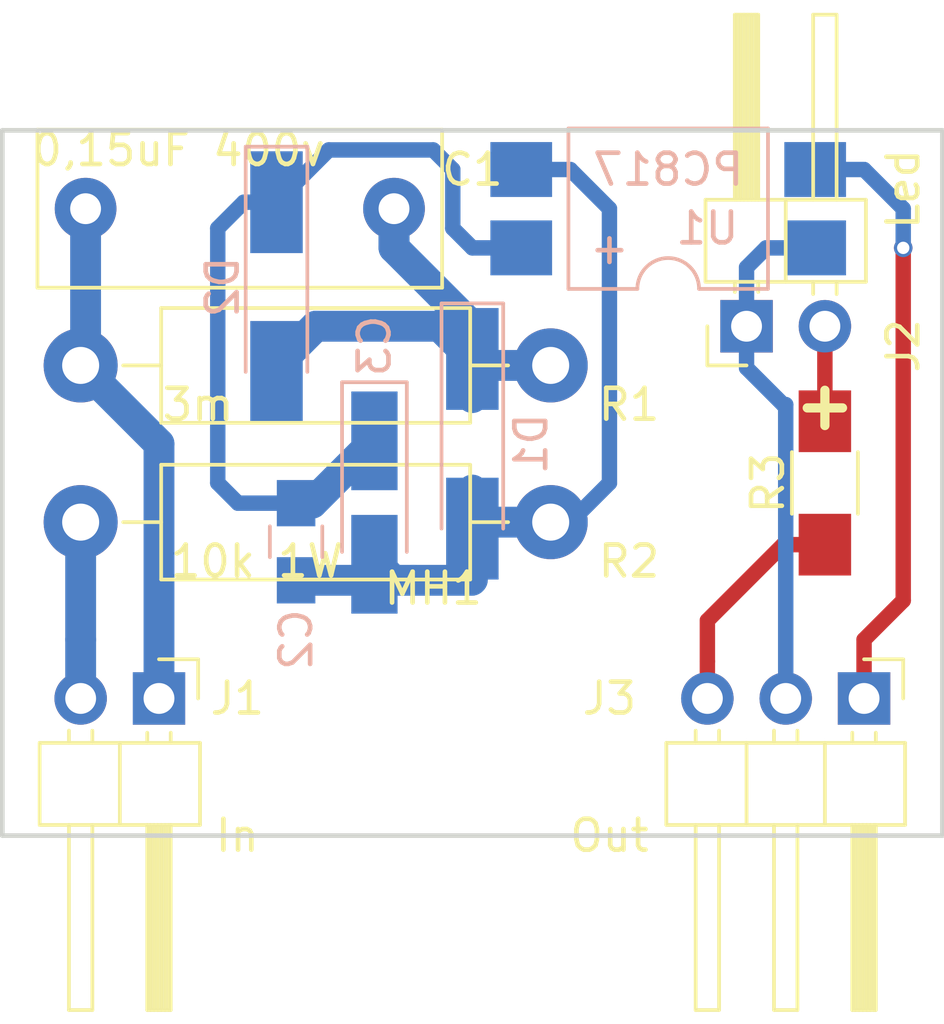
<source format=kicad_pcb>
(kicad_pcb (version 20171130) (host pcbnew "(5.0.0)")

  (general
    (thickness 1.6)
    (drawings 6)
    (tracks 64)
    (zones 0)
    (modules 13)
    (nets 10)
  )

  (page A4)
  (layers
    (0 F.Cu signal)
    (31 B.Cu signal)
    (32 B.Adhes user)
    (33 F.Adhes user)
    (34 B.Paste user)
    (35 F.Paste user)
    (36 B.SilkS user)
    (37 F.SilkS user)
    (38 B.Mask user)
    (39 F.Mask user)
    (40 Dwgs.User user)
    (41 Cmts.User user)
    (42 Eco1.User user)
    (43 Eco2.User user)
    (44 Edge.Cuts user)
    (45 Margin user)
    (46 B.CrtYd user)
    (47 F.CrtYd user)
    (48 B.Fab user)
    (49 F.Fab user)
  )

  (setup
    (last_trace_width 1)
    (user_trace_width 0.3)
    (user_trace_width 0.5)
    (user_trace_width 0.8)
    (user_trace_width 1)
    (trace_clearance 0.2)
    (zone_clearance 0.508)
    (zone_45_only no)
    (trace_min 0.2)
    (segment_width 0.2)
    (edge_width 0.15)
    (via_size 0.6)
    (via_drill 0.4)
    (via_min_size 0.4)
    (via_min_drill 0.3)
    (uvia_size 0.3)
    (uvia_drill 0.1)
    (uvias_allowed no)
    (uvia_min_size 0.2)
    (uvia_min_drill 0.1)
    (pcb_text_width 0.3)
    (pcb_text_size 1.5 1.5)
    (mod_edge_width 0.15)
    (mod_text_size 1 1)
    (mod_text_width 0.15)
    (pad_size 1.524 1.524)
    (pad_drill 0.762)
    (pad_to_mask_clearance 0.2)
    (aux_axis_origin 0 0)
    (visible_elements 7FFFFFFF)
    (pcbplotparams
      (layerselection 0x00030_80000001)
      (usegerberextensions false)
      (usegerberattributes false)
      (usegerberadvancedattributes false)
      (creategerberjobfile false)
      (excludeedgelayer true)
      (linewidth 0.100000)
      (plotframeref false)
      (viasonmask false)
      (mode 1)
      (useauxorigin false)
      (hpglpennumber 1)
      (hpglpenspeed 20)
      (hpglpendiameter 15.000000)
      (psnegative false)
      (psa4output false)
      (plotreference true)
      (plotvalue true)
      (plotinvisibletext false)
      (padsonsilk false)
      (subtractmaskfromsilk false)
      (outputformat 1)
      (mirror false)
      (drillshape 1)
      (scaleselection 1)
      (outputdirectory ""))
  )

  (net 0 "")
  (net 1 "Net-(C1-Pad1)")
  (net 2 "Net-(C1-Pad2)")
  (net 3 "Net-(C2-Pad1)")
  (net 4 "Net-(C2-Pad2)")
  (net 5 "Net-(J2-Pad1)")
  (net 6 "Net-(J2-Pad2)")
  (net 7 "Net-(J3-Pad1)")
  (net 8 "Net-(J3-Pad3)")
  (net 9 "Net-(J1-Pad2)")

  (net_class Default "Это класс цепей по умолчанию."
    (clearance 0.2)
    (trace_width 0.25)
    (via_dia 0.6)
    (via_drill 0.4)
    (uvia_dia 0.3)
    (uvia_drill 0.1)
    (add_net "Net-(C1-Pad1)")
    (add_net "Net-(C1-Pad2)")
    (add_net "Net-(C2-Pad1)")
    (add_net "Net-(C2-Pad2)")
    (add_net "Net-(J1-Pad2)")
    (add_net "Net-(J2-Pad1)")
    (add_net "Net-(J2-Pad2)")
    (add_net "Net-(J3-Pad1)")
    (add_net "Net-(J3-Pad3)")
  )

  (module MountingHole:MountingHole_3.2mm_M3 (layer F.Cu) (tedit 56D1B4CB) (tstamp 5B98D1C9)
    (at 67.31 125.73)
    (descr "Mounting Hole 3.2mm, no annular, M3")
    (tags "mounting hole 3.2mm no annular m3")
    (path /5B98C117)
    (attr virtual)
    (fp_text reference MH1 (at 0 -4.2) (layer F.SilkS)
      (effects (font (size 1 1) (thickness 0.15)))
    )
    (fp_text value MountingHole (at 0 4.2) (layer F.Fab)
      (effects (font (size 1 1) (thickness 0.15)))
    )
    (fp_text user %R (at 0.3 0) (layer F.Fab)
      (effects (font (size 1 1) (thickness 0.15)))
    )
    (fp_circle (center 0 0) (end 3.2 0) (layer Cmts.User) (width 0.15))
    (fp_circle (center 0 0) (end 3.45 0) (layer F.CrtYd) (width 0.05))
    (pad 1 np_thru_hole circle (at 0 0) (size 3.2 3.2) (drill 3.2) (layers *.Cu *.Mask))
  )

  (module Pin_Headers:Pin_Header_Angled_1x03_Pitch2.54mm (layer F.Cu) (tedit 5ACE6B4C) (tstamp 5B98D729)
    (at 81.28 125.095 270)
    (descr "Through hole angled pin header, 1x03, 2.54mm pitch, 6mm pin length, single row")
    (tags "Through hole angled pin header THT 1x03 2.54mm single row")
    (path /5ACE552C)
    (fp_text reference J3 (at 0 8.255) (layer F.SilkS)
      (effects (font (size 1 1) (thickness 0.15)))
    )
    (fp_text value Out (at 4.445 8.255) (layer F.SilkS)
      (effects (font (size 1 1) (thickness 0.15)))
    )
    (fp_line (start 2.135 -1.27) (end 4.04 -1.27) (layer F.Fab) (width 0.1))
    (fp_line (start 4.04 -1.27) (end 4.04 6.35) (layer F.Fab) (width 0.1))
    (fp_line (start 4.04 6.35) (end 1.5 6.35) (layer F.Fab) (width 0.1))
    (fp_line (start 1.5 6.35) (end 1.5 -0.635) (layer F.Fab) (width 0.1))
    (fp_line (start 1.5 -0.635) (end 2.135 -1.27) (layer F.Fab) (width 0.1))
    (fp_line (start -0.32 -0.32) (end 1.5 -0.32) (layer F.Fab) (width 0.1))
    (fp_line (start -0.32 -0.32) (end -0.32 0.32) (layer F.Fab) (width 0.1))
    (fp_line (start -0.32 0.32) (end 1.5 0.32) (layer F.Fab) (width 0.1))
    (fp_line (start 4.04 -0.32) (end 10.04 -0.32) (layer F.Fab) (width 0.1))
    (fp_line (start 10.04 -0.32) (end 10.04 0.32) (layer F.Fab) (width 0.1))
    (fp_line (start 4.04 0.32) (end 10.04 0.32) (layer F.Fab) (width 0.1))
    (fp_line (start -0.32 2.22) (end 1.5 2.22) (layer F.Fab) (width 0.1))
    (fp_line (start -0.32 2.22) (end -0.32 2.86) (layer F.Fab) (width 0.1))
    (fp_line (start -0.32 2.86) (end 1.5 2.86) (layer F.Fab) (width 0.1))
    (fp_line (start 4.04 2.22) (end 10.04 2.22) (layer F.Fab) (width 0.1))
    (fp_line (start 10.04 2.22) (end 10.04 2.86) (layer F.Fab) (width 0.1))
    (fp_line (start 4.04 2.86) (end 10.04 2.86) (layer F.Fab) (width 0.1))
    (fp_line (start -0.32 4.76) (end 1.5 4.76) (layer F.Fab) (width 0.1))
    (fp_line (start -0.32 4.76) (end -0.32 5.4) (layer F.Fab) (width 0.1))
    (fp_line (start -0.32 5.4) (end 1.5 5.4) (layer F.Fab) (width 0.1))
    (fp_line (start 4.04 4.76) (end 10.04 4.76) (layer F.Fab) (width 0.1))
    (fp_line (start 10.04 4.76) (end 10.04 5.4) (layer F.Fab) (width 0.1))
    (fp_line (start 4.04 5.4) (end 10.04 5.4) (layer F.Fab) (width 0.1))
    (fp_line (start 1.44 -1.33) (end 1.44 6.41) (layer F.SilkS) (width 0.12))
    (fp_line (start 1.44 6.41) (end 4.1 6.41) (layer F.SilkS) (width 0.12))
    (fp_line (start 4.1 6.41) (end 4.1 -1.33) (layer F.SilkS) (width 0.12))
    (fp_line (start 4.1 -1.33) (end 1.44 -1.33) (layer F.SilkS) (width 0.12))
    (fp_line (start 4.1 -0.38) (end 10.1 -0.38) (layer F.SilkS) (width 0.12))
    (fp_line (start 10.1 -0.38) (end 10.1 0.38) (layer F.SilkS) (width 0.12))
    (fp_line (start 10.1 0.38) (end 4.1 0.38) (layer F.SilkS) (width 0.12))
    (fp_line (start 4.1 -0.32) (end 10.1 -0.32) (layer F.SilkS) (width 0.12))
    (fp_line (start 4.1 -0.2) (end 10.1 -0.2) (layer F.SilkS) (width 0.12))
    (fp_line (start 4.1 -0.08) (end 10.1 -0.08) (layer F.SilkS) (width 0.12))
    (fp_line (start 4.1 0.04) (end 10.1 0.04) (layer F.SilkS) (width 0.12))
    (fp_line (start 4.1 0.16) (end 10.1 0.16) (layer F.SilkS) (width 0.12))
    (fp_line (start 4.1 0.28) (end 10.1 0.28) (layer F.SilkS) (width 0.12))
    (fp_line (start 1.11 -0.38) (end 1.44 -0.38) (layer F.SilkS) (width 0.12))
    (fp_line (start 1.11 0.38) (end 1.44 0.38) (layer F.SilkS) (width 0.12))
    (fp_line (start 1.44 1.27) (end 4.1 1.27) (layer F.SilkS) (width 0.12))
    (fp_line (start 4.1 2.16) (end 10.1 2.16) (layer F.SilkS) (width 0.12))
    (fp_line (start 10.1 2.16) (end 10.1 2.92) (layer F.SilkS) (width 0.12))
    (fp_line (start 10.1 2.92) (end 4.1 2.92) (layer F.SilkS) (width 0.12))
    (fp_line (start 1.042929 2.16) (end 1.44 2.16) (layer F.SilkS) (width 0.12))
    (fp_line (start 1.042929 2.92) (end 1.44 2.92) (layer F.SilkS) (width 0.12))
    (fp_line (start 1.44 3.81) (end 4.1 3.81) (layer F.SilkS) (width 0.12))
    (fp_line (start 4.1 4.7) (end 10.1 4.7) (layer F.SilkS) (width 0.12))
    (fp_line (start 10.1 4.7) (end 10.1 5.46) (layer F.SilkS) (width 0.12))
    (fp_line (start 10.1 5.46) (end 4.1 5.46) (layer F.SilkS) (width 0.12))
    (fp_line (start 1.042929 4.7) (end 1.44 4.7) (layer F.SilkS) (width 0.12))
    (fp_line (start 1.042929 5.46) (end 1.44 5.46) (layer F.SilkS) (width 0.12))
    (fp_line (start -1.27 0) (end -1.27 -1.27) (layer F.SilkS) (width 0.12))
    (fp_line (start -1.27 -1.27) (end 0 -1.27) (layer F.SilkS) (width 0.12))
    (fp_line (start -1.8 -1.8) (end -1.8 6.85) (layer F.CrtYd) (width 0.05))
    (fp_line (start -1.8 6.85) (end 10.55 6.85) (layer F.CrtYd) (width 0.05))
    (fp_line (start 10.55 6.85) (end 10.55 -1.8) (layer F.CrtYd) (width 0.05))
    (fp_line (start 10.55 -1.8) (end -1.8 -1.8) (layer F.CrtYd) (width 0.05))
    (fp_text user %R (at 0 8.255) (layer F.Fab)
      (effects (font (size 1 1) (thickness 0.15)))
    )
    (pad 1 thru_hole rect (at 0 0 270) (size 1.7 1.7) (drill 1) (layers *.Cu *.Mask)
      (net 7 "Net-(J3-Pad1)"))
    (pad 2 thru_hole oval (at 0 2.54 270) (size 1.7 1.7) (drill 1) (layers *.Cu *.Mask)
      (net 5 "Net-(J2-Pad1)"))
    (pad 3 thru_hole oval (at 0 5.08 270) (size 1.7 1.7) (drill 1) (layers *.Cu *.Mask)
      (net 8 "Net-(J3-Pad3)"))
    (model ${KISYS3DMOD}/Pin_Headers.3dshapes/Pin_Header_Angled_1x03_Pitch2.54mm.wrl
      (at (xyz 0 0 0))
      (scale (xyz 1 1 1))
      (rotate (xyz 0 0 0))
    )
  )

  (module Pin_Headers:Pin_Header_Angled_1x02_Pitch2.54mm (layer F.Cu) (tedit 5ACE6B65) (tstamp 5ACE5A7F)
    (at 77.47 113.03 90)
    (descr "Through hole angled pin header, 1x02, 2.54mm pitch, 6mm pin length, single row")
    (tags "Through hole angled pin header THT 1x02 2.54mm single row")
    (path /5ACE54C7)
    (fp_text reference J2 (at -0.635 5.08 90) (layer F.SilkS)
      (effects (font (size 1 1) (thickness 0.15)))
    )
    (fp_text value Led (at 4.445 5.08 90) (layer F.SilkS)
      (effects (font (size 1 1) (thickness 0.15)))
    )
    (fp_line (start 2.135 -1.27) (end 4.04 -1.27) (layer F.Fab) (width 0.1))
    (fp_line (start 4.04 -1.27) (end 4.04 3.81) (layer F.Fab) (width 0.1))
    (fp_line (start 4.04 3.81) (end 1.5 3.81) (layer F.Fab) (width 0.1))
    (fp_line (start 1.5 3.81) (end 1.5 -0.635) (layer F.Fab) (width 0.1))
    (fp_line (start 1.5 -0.635) (end 2.135 -1.27) (layer F.Fab) (width 0.1))
    (fp_line (start -0.32 -0.32) (end 1.5 -0.32) (layer F.Fab) (width 0.1))
    (fp_line (start -0.32 -0.32) (end -0.32 0.32) (layer F.Fab) (width 0.1))
    (fp_line (start -0.32 0.32) (end 1.5 0.32) (layer F.Fab) (width 0.1))
    (fp_line (start 4.04 -0.32) (end 10.04 -0.32) (layer F.Fab) (width 0.1))
    (fp_line (start 10.04 -0.32) (end 10.04 0.32) (layer F.Fab) (width 0.1))
    (fp_line (start 4.04 0.32) (end 10.04 0.32) (layer F.Fab) (width 0.1))
    (fp_line (start -0.32 2.22) (end 1.5 2.22) (layer F.Fab) (width 0.1))
    (fp_line (start -0.32 2.22) (end -0.32 2.86) (layer F.Fab) (width 0.1))
    (fp_line (start -0.32 2.86) (end 1.5 2.86) (layer F.Fab) (width 0.1))
    (fp_line (start 4.04 2.22) (end 10.04 2.22) (layer F.Fab) (width 0.1))
    (fp_line (start 10.04 2.22) (end 10.04 2.86) (layer F.Fab) (width 0.1))
    (fp_line (start 4.04 2.86) (end 10.04 2.86) (layer F.Fab) (width 0.1))
    (fp_line (start 1.44 -1.33) (end 1.44 3.87) (layer F.SilkS) (width 0.12))
    (fp_line (start 1.44 3.87) (end 4.1 3.87) (layer F.SilkS) (width 0.12))
    (fp_line (start 4.1 3.87) (end 4.1 -1.33) (layer F.SilkS) (width 0.12))
    (fp_line (start 4.1 -1.33) (end 1.44 -1.33) (layer F.SilkS) (width 0.12))
    (fp_line (start 4.1 -0.38) (end 10.1 -0.38) (layer F.SilkS) (width 0.12))
    (fp_line (start 10.1 -0.38) (end 10.1 0.38) (layer F.SilkS) (width 0.12))
    (fp_line (start 10.1 0.38) (end 4.1 0.38) (layer F.SilkS) (width 0.12))
    (fp_line (start 4.1 -0.32) (end 10.1 -0.32) (layer F.SilkS) (width 0.12))
    (fp_line (start 4.1 -0.2) (end 10.1 -0.2) (layer F.SilkS) (width 0.12))
    (fp_line (start 4.1 -0.08) (end 10.1 -0.08) (layer F.SilkS) (width 0.12))
    (fp_line (start 4.1 0.04) (end 10.1 0.04) (layer F.SilkS) (width 0.12))
    (fp_line (start 4.1 0.16) (end 10.1 0.16) (layer F.SilkS) (width 0.12))
    (fp_line (start 4.1 0.28) (end 10.1 0.28) (layer F.SilkS) (width 0.12))
    (fp_line (start 1.11 -0.38) (end 1.44 -0.38) (layer F.SilkS) (width 0.12))
    (fp_line (start 1.11 0.38) (end 1.44 0.38) (layer F.SilkS) (width 0.12))
    (fp_line (start 1.44 1.27) (end 4.1 1.27) (layer F.SilkS) (width 0.12))
    (fp_line (start 4.1 2.16) (end 10.1 2.16) (layer F.SilkS) (width 0.12))
    (fp_line (start 10.1 2.16) (end 10.1 2.92) (layer F.SilkS) (width 0.12))
    (fp_line (start 10.1 2.92) (end 4.1 2.92) (layer F.SilkS) (width 0.12))
    (fp_line (start 1.042929 2.16) (end 1.44 2.16) (layer F.SilkS) (width 0.12))
    (fp_line (start 1.042929 2.92) (end 1.44 2.92) (layer F.SilkS) (width 0.12))
    (fp_line (start -1.27 0) (end -1.27 -1.27) (layer F.SilkS) (width 0.12))
    (fp_line (start -1.27 -1.27) (end 0 -1.27) (layer F.SilkS) (width 0.12))
    (fp_line (start -1.8 -1.8) (end -1.8 4.35) (layer F.CrtYd) (width 0.05))
    (fp_line (start -1.8 4.35) (end 10.55 4.35) (layer F.CrtYd) (width 0.05))
    (fp_line (start 10.55 4.35) (end 10.55 -1.8) (layer F.CrtYd) (width 0.05))
    (fp_line (start 10.55 -1.8) (end -1.8 -1.8) (layer F.CrtYd) (width 0.05))
    (fp_text user %R (at -0.635 5.08 270) (layer F.Fab)
      (effects (font (size 1 1) (thickness 0.15)))
    )
    (pad 1 thru_hole rect (at 0 0 90) (size 1.7 1.7) (drill 1) (layers *.Cu *.Mask)
      (net 5 "Net-(J2-Pad1)"))
    (pad 2 thru_hole oval (at 0 2.54 90) (size 1.7 1.7) (drill 1) (layers *.Cu *.Mask)
      (net 6 "Net-(J2-Pad2)"))
    (model ${KISYS3DMOD}/Pin_Headers.3dshapes/Pin_Header_Angled_1x02_Pitch2.54mm.wrl
      (at (xyz 0 0 0))
      (scale (xyz 1 1 1))
      (rotate (xyz 0 0 0))
    )
  )

  (module Capacitors_SMD:C_0805_HandSoldering (layer B.Cu) (tedit 5ACE6D2A) (tstamp 5ACE5A61)
    (at 62.865 120.015 90)
    (descr "Capacitor SMD 0805, hand soldering")
    (tags "capacitor 0805")
    (path /5ACE5428)
    (attr smd)
    (fp_text reference C2 (at -3.175 0 90) (layer B.SilkS)
      (effects (font (size 1 1) (thickness 0.15)) (justify mirror))
    )
    (fp_text value 0,1 (at -6.985 0 90) (layer B.Fab)
      (effects (font (size 1 1) (thickness 0.15)) (justify mirror))
    )
    (fp_text user %R (at -4.445 0 90) (layer B.Fab)
      (effects (font (size 1 1) (thickness 0.15)) (justify mirror))
    )
    (fp_line (start -1 -0.62) (end -1 0.62) (layer B.Fab) (width 0.1))
    (fp_line (start 1 -0.62) (end -1 -0.62) (layer B.Fab) (width 0.1))
    (fp_line (start 1 0.62) (end 1 -0.62) (layer B.Fab) (width 0.1))
    (fp_line (start -1 0.62) (end 1 0.62) (layer B.Fab) (width 0.1))
    (fp_line (start 0.5 0.85) (end -0.5 0.85) (layer B.SilkS) (width 0.12))
    (fp_line (start -0.5 -0.85) (end 0.5 -0.85) (layer B.SilkS) (width 0.12))
    (fp_line (start -2.25 0.88) (end 2.25 0.88) (layer B.CrtYd) (width 0.05))
    (fp_line (start -2.25 0.88) (end -2.25 -0.87) (layer B.CrtYd) (width 0.05))
    (fp_line (start 2.25 -0.87) (end 2.25 0.88) (layer B.CrtYd) (width 0.05))
    (fp_line (start 2.25 -0.87) (end -2.25 -0.87) (layer B.CrtYd) (width 0.05))
    (pad 1 smd rect (at -1.25 0 90) (size 1.5 1.25) (layers B.Cu B.Paste B.Mask)
      (net 3 "Net-(C2-Pad1)"))
    (pad 2 smd rect (at 1.25 0 90) (size 1.5 1.25) (layers B.Cu B.Paste B.Mask)
      (net 4 "Net-(C2-Pad2)"))
    (model Capacitors_SMD.3dshapes/C_0805.wrl
      (at (xyz 0 0 0))
      (scale (xyz 1 1 1))
      (rotate (xyz 0 0 0))
    )
  )

  (module Capacitors_Tantalum_SMD:CP_Tantalum_Case-A_EIA-3216-18_Hand (layer B.Cu) (tedit 5B01ACEA) (tstamp 5ACE5A67)
    (at 65.405 118.745 270)
    (descr "Tantalum capacitor, Case A, EIA 3216-18, 3.2x1.6x1.6mm, Hand soldering footprint")
    (tags "capacitor tantalum smd")
    (path /5ACE5452)
    (attr smd)
    (fp_text reference C3 (at -5.08 0 270) (layer B.SilkS)
      (effects (font (size 1 1) (thickness 0.15)) (justify mirror))
    )
    (fp_text value 10,0 (at 7.62 0.635 270) (layer B.Fab)
      (effects (font (size 1 1) (thickness 0.15)) (justify mirror))
    )
    (fp_text user %R (at 0 0 270) (layer B.Fab)
      (effects (font (size 0.7 0.7) (thickness 0.105)) (justify mirror))
    )
    (fp_line (start -4 1.2) (end -4 -1.2) (layer B.CrtYd) (width 0.05))
    (fp_line (start -4 -1.2) (end 4 -1.2) (layer B.CrtYd) (width 0.05))
    (fp_line (start 4 -1.2) (end 4 1.2) (layer B.CrtYd) (width 0.05))
    (fp_line (start 4 1.2) (end -4 1.2) (layer B.CrtYd) (width 0.05))
    (fp_line (start -1.6 0.8) (end -1.6 -0.8) (layer B.Fab) (width 0.1))
    (fp_line (start -1.6 -0.8) (end 1.6 -0.8) (layer B.Fab) (width 0.1))
    (fp_line (start 1.6 -0.8) (end 1.6 0.8) (layer B.Fab) (width 0.1))
    (fp_line (start 1.6 0.8) (end -1.6 0.8) (layer B.Fab) (width 0.1))
    (fp_line (start -1.28 0.8) (end -1.28 -0.8) (layer B.Fab) (width 0.1))
    (fp_line (start -1.12 0.8) (end -1.12 -0.8) (layer B.Fab) (width 0.1))
    (fp_line (start -3.9 1.05) (end 1.6 1.05) (layer B.SilkS) (width 0.12))
    (fp_line (start -3.9 -1.05) (end 1.6 -1.05) (layer B.SilkS) (width 0.12))
    (fp_line (start -3.9 1.05) (end -3.9 -1.05) (layer B.SilkS) (width 0.12))
    (pad 1 smd rect (at -2 0 270) (size 3.2 1.5) (layers B.Cu B.Paste B.Mask)
      (net 4 "Net-(C2-Pad2)"))
    (pad 2 smd rect (at 2 0 270) (size 3.2 1.5) (layers B.Cu B.Paste B.Mask)
      (net 3 "Net-(C2-Pad1)"))
    (model Capacitors_Tantalum_SMD.3dshapes/CP_Tantalum_Case-A_EIA-3216-18.wrl
      (at (xyz 0 0 0))
      (scale (xyz 1 1 1))
      (rotate (xyz 0 0 0))
    )
  )

  (module Pin_Headers:Pin_Header_Angled_1x02_Pitch2.54mm (layer F.Cu) (tedit 5ACE6A09) (tstamp 5ACE5A79)
    (at 58.42 125.095 270)
    (descr "Through hole angled pin header, 1x02, 2.54mm pitch, 6mm pin length, single row")
    (tags "Through hole angled pin header THT 1x02 2.54mm single row")
    (path /5ACE5267)
    (fp_text reference J1 (at 0 -2.54) (layer F.SilkS)
      (effects (font (size 1 1) (thickness 0.15)))
    )
    (fp_text value In (at 4.445 -2.54) (layer F.SilkS)
      (effects (font (size 1 1) (thickness 0.15)))
    )
    (fp_line (start 2.135 -1.27) (end 4.04 -1.27) (layer F.Fab) (width 0.1))
    (fp_line (start 4.04 -1.27) (end 4.04 3.81) (layer F.Fab) (width 0.1))
    (fp_line (start 4.04 3.81) (end 1.5 3.81) (layer F.Fab) (width 0.1))
    (fp_line (start 1.5 3.81) (end 1.5 -0.635) (layer F.Fab) (width 0.1))
    (fp_line (start 1.5 -0.635) (end 2.135 -1.27) (layer F.Fab) (width 0.1))
    (fp_line (start -0.32 -0.32) (end 1.5 -0.32) (layer F.Fab) (width 0.1))
    (fp_line (start -0.32 -0.32) (end -0.32 0.32) (layer F.Fab) (width 0.1))
    (fp_line (start -0.32 0.32) (end 1.5 0.32) (layer F.Fab) (width 0.1))
    (fp_line (start 4.04 -0.32) (end 10.04 -0.32) (layer F.Fab) (width 0.1))
    (fp_line (start 10.04 -0.32) (end 10.04 0.32) (layer F.Fab) (width 0.1))
    (fp_line (start 4.04 0.32) (end 10.04 0.32) (layer F.Fab) (width 0.1))
    (fp_line (start -0.32 2.22) (end 1.5 2.22) (layer F.Fab) (width 0.1))
    (fp_line (start -0.32 2.22) (end -0.32 2.86) (layer F.Fab) (width 0.1))
    (fp_line (start -0.32 2.86) (end 1.5 2.86) (layer F.Fab) (width 0.1))
    (fp_line (start 4.04 2.22) (end 10.04 2.22) (layer F.Fab) (width 0.1))
    (fp_line (start 10.04 2.22) (end 10.04 2.86) (layer F.Fab) (width 0.1))
    (fp_line (start 4.04 2.86) (end 10.04 2.86) (layer F.Fab) (width 0.1))
    (fp_line (start 1.44 -1.33) (end 1.44 3.87) (layer F.SilkS) (width 0.12))
    (fp_line (start 1.44 3.87) (end 4.1 3.87) (layer F.SilkS) (width 0.12))
    (fp_line (start 4.1 3.87) (end 4.1 -1.33) (layer F.SilkS) (width 0.12))
    (fp_line (start 4.1 -1.33) (end 1.44 -1.33) (layer F.SilkS) (width 0.12))
    (fp_line (start 4.1 -0.38) (end 10.1 -0.38) (layer F.SilkS) (width 0.12))
    (fp_line (start 10.1 -0.38) (end 10.1 0.38) (layer F.SilkS) (width 0.12))
    (fp_line (start 10.1 0.38) (end 4.1 0.38) (layer F.SilkS) (width 0.12))
    (fp_line (start 4.1 -0.32) (end 10.1 -0.32) (layer F.SilkS) (width 0.12))
    (fp_line (start 4.1 -0.2) (end 10.1 -0.2) (layer F.SilkS) (width 0.12))
    (fp_line (start 4.1 -0.08) (end 10.1 -0.08) (layer F.SilkS) (width 0.12))
    (fp_line (start 4.1 0.04) (end 10.1 0.04) (layer F.SilkS) (width 0.12))
    (fp_line (start 4.1 0.16) (end 10.1 0.16) (layer F.SilkS) (width 0.12))
    (fp_line (start 4.1 0.28) (end 10.1 0.28) (layer F.SilkS) (width 0.12))
    (fp_line (start 1.11 -0.38) (end 1.44 -0.38) (layer F.SilkS) (width 0.12))
    (fp_line (start 1.11 0.38) (end 1.44 0.38) (layer F.SilkS) (width 0.12))
    (fp_line (start 1.44 1.27) (end 4.1 1.27) (layer F.SilkS) (width 0.12))
    (fp_line (start 4.1 2.16) (end 10.1 2.16) (layer F.SilkS) (width 0.12))
    (fp_line (start 10.1 2.16) (end 10.1 2.92) (layer F.SilkS) (width 0.12))
    (fp_line (start 10.1 2.92) (end 4.1 2.92) (layer F.SilkS) (width 0.12))
    (fp_line (start 1.042929 2.16) (end 1.44 2.16) (layer F.SilkS) (width 0.12))
    (fp_line (start 1.042929 2.92) (end 1.44 2.92) (layer F.SilkS) (width 0.12))
    (fp_line (start -1.27 0) (end -1.27 -1.27) (layer F.SilkS) (width 0.12))
    (fp_line (start -1.27 -1.27) (end 0 -1.27) (layer F.SilkS) (width 0.12))
    (fp_line (start -1.8 -1.8) (end -1.8 4.35) (layer F.CrtYd) (width 0.05))
    (fp_line (start -1.8 4.35) (end 10.55 4.35) (layer F.CrtYd) (width 0.05))
    (fp_line (start 10.55 4.35) (end 10.55 -1.8) (layer F.CrtYd) (width 0.05))
    (fp_line (start 10.55 -1.8) (end -1.8 -1.8) (layer F.CrtYd) (width 0.05))
    (fp_text user %R (at 0 -2.54) (layer F.Fab)
      (effects (font (size 1 1) (thickness 0.15)))
    )
    (pad 1 thru_hole rect (at 0 0 270) (size 1.7 1.7) (drill 1) (layers *.Cu *.Mask)
      (net 2 "Net-(C1-Pad2)"))
    (pad 2 thru_hole oval (at 0 2.54 270) (size 1.7 1.7) (drill 1) (layers *.Cu *.Mask)
      (net 9 "Net-(J1-Pad2)"))
    (model ${KISYS3DMOD}/Pin_Headers.3dshapes/Pin_Header_Angled_1x02_Pitch2.54mm.wrl
      (at (xyz 0 0 0))
      (scale (xyz 1 1 1))
      (rotate (xyz 0 0 0))
    )
  )

  (module Resistors_SMD:R_1206_HandSoldering (layer F.Cu) (tedit 58E0A804) (tstamp 5ACE5A98)
    (at 80.01 118.11 90)
    (descr "Resistor SMD 1206, hand soldering")
    (tags "resistor 1206")
    (path /5ACE5658)
    (attr smd)
    (fp_text reference R3 (at 0 -1.85 90) (layer F.SilkS)
      (effects (font (size 1 1) (thickness 0.15)))
    )
    (fp_text value 4,7k (at 0 1.9 90) (layer F.Fab)
      (effects (font (size 1 1) (thickness 0.15)))
    )
    (fp_text user %R (at 0 0 90) (layer F.Fab)
      (effects (font (size 0.7 0.7) (thickness 0.105)))
    )
    (fp_line (start -1.6 0.8) (end -1.6 -0.8) (layer F.Fab) (width 0.1))
    (fp_line (start 1.6 0.8) (end -1.6 0.8) (layer F.Fab) (width 0.1))
    (fp_line (start 1.6 -0.8) (end 1.6 0.8) (layer F.Fab) (width 0.1))
    (fp_line (start -1.6 -0.8) (end 1.6 -0.8) (layer F.Fab) (width 0.1))
    (fp_line (start 1 1.07) (end -1 1.07) (layer F.SilkS) (width 0.12))
    (fp_line (start -1 -1.07) (end 1 -1.07) (layer F.SilkS) (width 0.12))
    (fp_line (start -3.25 -1.11) (end 3.25 -1.11) (layer F.CrtYd) (width 0.05))
    (fp_line (start -3.25 -1.11) (end -3.25 1.1) (layer F.CrtYd) (width 0.05))
    (fp_line (start 3.25 1.1) (end 3.25 -1.11) (layer F.CrtYd) (width 0.05))
    (fp_line (start 3.25 1.1) (end -3.25 1.1) (layer F.CrtYd) (width 0.05))
    (pad 1 smd rect (at -2 0 90) (size 2 1.7) (layers F.Cu F.Paste F.Mask)
      (net 8 "Net-(J3-Pad3)"))
    (pad 2 smd rect (at 2 0 90) (size 2 1.7) (layers F.Cu F.Paste F.Mask)
      (net 6 "Net-(J2-Pad2)"))
    (model ${KISYS3DMOD}/Resistors_SMD.3dshapes/R_1206.wrl
      (at (xyz 0 0 0))
      (scale (xyz 1 1 1))
      (rotate (xyz 0 0 0))
    )
  )

  (module Capacitors_THT:C_Rect_L13.0mm_W5.0mm_P10.00mm_FKS3_FKP3_MKS4 (layer F.Cu) (tedit 5B01ABCE) (tstamp 5ACE6506)
    (at 66.04 109.22 180)
    (descr "C, Rect series, Radial, pin pitch=10.00mm, , length*width=13*5mm^2, Capacitor, http://www.wima.com/EN/WIMA_FKS_3.pdf, http://www.wima.com/EN/WIMA_MKS_4.pdf")
    (tags "C Rect series Radial pin pitch 10.00mm  length 13mm width 5mm Capacitor")
    (path /5ACE52F1)
    (fp_text reference C1 (at -2.54 1.27 180) (layer F.SilkS)
      (effects (font (size 1 1) (thickness 0.15)))
    )
    (fp_text value "0,15uF 400v" (at 6.985 1.905 180) (layer F.SilkS)
      (effects (font (size 1 1) (thickness 0.15)))
    )
    (fp_line (start -1.5 -2.5) (end -1.5 2.5) (layer F.Fab) (width 0.1))
    (fp_line (start -1.5 2.5) (end 11.5 2.5) (layer F.Fab) (width 0.1))
    (fp_line (start 11.5 2.5) (end 11.5 -2.5) (layer F.Fab) (width 0.1))
    (fp_line (start 11.5 -2.5) (end -1.5 -2.5) (layer F.Fab) (width 0.1))
    (fp_line (start -1.56 -2.56) (end 11.56 -2.56) (layer F.SilkS) (width 0.12))
    (fp_line (start -1.56 2.56) (end 11.56 2.56) (layer F.SilkS) (width 0.12))
    (fp_line (start -1.56 -2.56) (end -1.56 2.56) (layer F.SilkS) (width 0.12))
    (fp_line (start 11.56 -2.56) (end 11.56 2.56) (layer F.SilkS) (width 0.12))
    (fp_line (start -1.85 -2.85) (end -1.85 2.85) (layer F.CrtYd) (width 0.05))
    (fp_line (start -1.85 2.85) (end 11.85 2.85) (layer F.CrtYd) (width 0.05))
    (fp_line (start 11.85 2.85) (end 11.85 -2.85) (layer F.CrtYd) (width 0.05))
    (fp_line (start 11.85 -2.85) (end -1.85 -2.85) (layer F.CrtYd) (width 0.05))
    (fp_text user %R (at -2.54 1.27 180) (layer F.Fab)
      (effects (font (size 1 1) (thickness 0.15)))
    )
    (pad 1 thru_hole circle (at 0 0 180) (size 2 2) (drill 1) (layers *.Cu *.Mask)
      (net 1 "Net-(C1-Pad1)"))
    (pad 2 thru_hole circle (at 10 0 180) (size 2 2) (drill 1) (layers *.Cu *.Mask)
      (net 2 "Net-(C1-Pad2)"))
    (model ${KISYS3DMOD}/Capacitors_THT.3dshapes/C_Rect_L13.0mm_W5.0mm_P10.00mm_FKS3_FKP3_MKS4.wrl
      (at (xyz 0 0 0))
      (scale (xyz 1 1 1))
      (rotate (xyz 0 0 0))
    )
  )

  (module Resistors_THT:R_Axial_DIN0411_L9.9mm_D3.6mm_P15.24mm_Horizontal (layer F.Cu) (tedit 5B01AC12) (tstamp 5ACE650B)
    (at 71.12 114.3 180)
    (descr "Resistor, Axial_DIN0411 series, Axial, Horizontal, pin pitch=15.24mm, 1W = 1/1W, length*diameter=9.9*3.6mm^2")
    (tags "Resistor Axial_DIN0411 series Axial Horizontal pin pitch 15.24mm 1W = 1/1W length 9.9mm diameter 3.6mm")
    (path /5ACE52C1)
    (fp_text reference R1 (at -2.54 -1.27 180) (layer F.SilkS)
      (effects (font (size 1 1) (thickness 0.15)))
    )
    (fp_text value 3m (at 11.43 -1.27 180) (layer F.SilkS)
      (effects (font (size 1 1) (thickness 0.15)))
    )
    (fp_line (start 2.67 -1.8) (end 2.67 1.8) (layer F.Fab) (width 0.1))
    (fp_line (start 2.67 1.8) (end 12.57 1.8) (layer F.Fab) (width 0.1))
    (fp_line (start 12.57 1.8) (end 12.57 -1.8) (layer F.Fab) (width 0.1))
    (fp_line (start 12.57 -1.8) (end 2.67 -1.8) (layer F.Fab) (width 0.1))
    (fp_line (start 0 0) (end 2.67 0) (layer F.Fab) (width 0.1))
    (fp_line (start 15.24 0) (end 12.57 0) (layer F.Fab) (width 0.1))
    (fp_line (start 2.61 -1.86) (end 2.61 1.86) (layer F.SilkS) (width 0.12))
    (fp_line (start 2.61 1.86) (end 12.63 1.86) (layer F.SilkS) (width 0.12))
    (fp_line (start 12.63 1.86) (end 12.63 -1.86) (layer F.SilkS) (width 0.12))
    (fp_line (start 12.63 -1.86) (end 2.61 -1.86) (layer F.SilkS) (width 0.12))
    (fp_line (start 1.38 0) (end 2.61 0) (layer F.SilkS) (width 0.12))
    (fp_line (start 13.86 0) (end 12.63 0) (layer F.SilkS) (width 0.12))
    (fp_line (start -1.45 -2.15) (end -1.45 2.15) (layer F.CrtYd) (width 0.05))
    (fp_line (start -1.45 2.15) (end 16.7 2.15) (layer F.CrtYd) (width 0.05))
    (fp_line (start 16.7 2.15) (end 16.7 -2.15) (layer F.CrtYd) (width 0.05))
    (fp_line (start 16.7 -2.15) (end -1.45 -2.15) (layer F.CrtYd) (width 0.05))
    (pad 1 thru_hole circle (at 0 0 180) (size 2.4 2.4) (drill 1.2) (layers *.Cu *.Mask)
      (net 1 "Net-(C1-Pad1)"))
    (pad 2 thru_hole oval (at 15.24 0 180) (size 2.4 2.4) (drill 1.2) (layers *.Cu *.Mask)
      (net 2 "Net-(C1-Pad2)"))
    (model ${KISYS3DMOD}/Resistors_THT.3dshapes/R_Axial_DIN0411_L9.9mm_D3.6mm_P15.24mm_Horizontal.wrl
      (at (xyz 0 0 0))
      (scale (xyz 0.393701 0.393701 0.393701))
      (rotate (xyz 0 0 0))
    )
  )

  (module Resistors_THT:R_Axial_DIN0411_L9.9mm_D3.6mm_P15.24mm_Horizontal (layer F.Cu) (tedit 5B01ABE8) (tstamp 5ACE6510)
    (at 71.12 119.38 180)
    (descr "Resistor, Axial_DIN0411 series, Axial, Horizontal, pin pitch=15.24mm, 1W = 1/1W, length*diameter=9.9*3.6mm^2")
    (tags "Resistor Axial_DIN0411 series Axial Horizontal pin pitch 15.24mm 1W = 1/1W length 9.9mm diameter 3.6mm")
    (path /5ACE5282)
    (fp_text reference R2 (at -2.54 -1.27 180) (layer F.SilkS)
      (effects (font (size 1 1) (thickness 0.15)))
    )
    (fp_text value "10k 1W" (at 9.525 -1.27 180) (layer F.SilkS)
      (effects (font (size 1 1) (thickness 0.15)))
    )
    (fp_line (start 2.67 -1.8) (end 2.67 1.8) (layer F.Fab) (width 0.1))
    (fp_line (start 2.67 1.8) (end 12.57 1.8) (layer F.Fab) (width 0.1))
    (fp_line (start 12.57 1.8) (end 12.57 -1.8) (layer F.Fab) (width 0.1))
    (fp_line (start 12.57 -1.8) (end 2.67 -1.8) (layer F.Fab) (width 0.1))
    (fp_line (start 0 0) (end 2.67 0) (layer F.Fab) (width 0.1))
    (fp_line (start 15.24 0) (end 12.57 0) (layer F.Fab) (width 0.1))
    (fp_line (start 2.61 -1.86) (end 2.61 1.86) (layer F.SilkS) (width 0.12))
    (fp_line (start 2.61 1.86) (end 12.63 1.86) (layer F.SilkS) (width 0.12))
    (fp_line (start 12.63 1.86) (end 12.63 -1.86) (layer F.SilkS) (width 0.12))
    (fp_line (start 12.63 -1.86) (end 2.61 -1.86) (layer F.SilkS) (width 0.12))
    (fp_line (start 1.38 0) (end 2.61 0) (layer F.SilkS) (width 0.12))
    (fp_line (start 13.86 0) (end 12.63 0) (layer F.SilkS) (width 0.12))
    (fp_line (start -1.45 -2.15) (end -1.45 2.15) (layer F.CrtYd) (width 0.05))
    (fp_line (start -1.45 2.15) (end 16.7 2.15) (layer F.CrtYd) (width 0.05))
    (fp_line (start 16.7 2.15) (end 16.7 -2.15) (layer F.CrtYd) (width 0.05))
    (fp_line (start 16.7 -2.15) (end -1.45 -2.15) (layer F.CrtYd) (width 0.05))
    (pad 1 thru_hole circle (at 0 0 180) (size 2.4 2.4) (drill 1.2) (layers *.Cu *.Mask)
      (net 3 "Net-(C2-Pad1)"))
    (pad 2 thru_hole oval (at 15.24 0 180) (size 2.4 2.4) (drill 1.2) (layers *.Cu *.Mask)
      (net 9 "Net-(J1-Pad2)"))
    (model ${KISYS3DMOD}/Resistors_THT.3dshapes/R_Axial_DIN0411_L9.9mm_D3.6mm_P15.24mm_Horizontal.wrl
      (at (xyz 0 0 0))
      (scale (xyz 0.393701 0.393701 0.393701))
      (rotate (xyz 0 0 0))
    )
  )

  (module Diodes_SMD:D_MiniMELF_Handsoldering (layer B.Cu) (tedit 5ACE6D15) (tstamp 5ACE6C35)
    (at 68.58 116.84 270)
    (descr "Diode Mini-MELF Handsoldering")
    (tags "Diode Mini-MELF Handsoldering")
    (path /5ACE5340)
    (attr smd)
    (fp_text reference D1 (at 0 -1.905 270) (layer B.SilkS)
      (effects (font (size 1 1) (thickness 0.15)) (justify mirror))
    )
    (fp_text value 4448 (at 0 -1.75 270) (layer B.Fab)
      (effects (font (size 1 1) (thickness 0.15)) (justify mirror))
    )
    (fp_text user %R (at 0 1.75 270) (layer B.Fab)
      (effects (font (size 1 1) (thickness 0.15)) (justify mirror))
    )
    (fp_line (start 2.75 1) (end -4.55 1) (layer B.SilkS) (width 0.12))
    (fp_line (start -4.55 1) (end -4.55 -1) (layer B.SilkS) (width 0.12))
    (fp_line (start -4.55 -1) (end 2.75 -1) (layer B.SilkS) (width 0.12))
    (fp_line (start 1.65 0.8) (end 1.65 -0.8) (layer B.Fab) (width 0.1))
    (fp_line (start 1.65 -0.8) (end -1.65 -0.8) (layer B.Fab) (width 0.1))
    (fp_line (start -1.65 -0.8) (end -1.65 0.8) (layer B.Fab) (width 0.1))
    (fp_line (start -1.65 0.8) (end 1.65 0.8) (layer B.Fab) (width 0.1))
    (fp_line (start 0.25 0) (end 0.75 0) (layer B.Fab) (width 0.1))
    (fp_line (start 0.25 -0.4) (end -0.35 0) (layer B.Fab) (width 0.1))
    (fp_line (start 0.25 0.4) (end 0.25 -0.4) (layer B.Fab) (width 0.1))
    (fp_line (start -0.35 0) (end 0.25 0.4) (layer B.Fab) (width 0.1))
    (fp_line (start -0.35 0) (end -0.35 -0.55) (layer B.Fab) (width 0.1))
    (fp_line (start -0.35 0) (end -0.35 0.55) (layer B.Fab) (width 0.1))
    (fp_line (start -0.75 0) (end -0.35 0) (layer B.Fab) (width 0.1))
    (fp_line (start -4.65 1.1) (end 4.65 1.1) (layer B.CrtYd) (width 0.05))
    (fp_line (start 4.65 1.1) (end 4.65 -1.1) (layer B.CrtYd) (width 0.05))
    (fp_line (start 4.65 -1.1) (end -4.65 -1.1) (layer B.CrtYd) (width 0.05))
    (fp_line (start -4.65 -1.1) (end -4.65 1.1) (layer B.CrtYd) (width 0.05))
    (pad 1 smd rect (at -2.75 0 270) (size 3.3 1.7) (layers B.Cu B.Paste B.Mask)
      (net 1 "Net-(C1-Pad1)"))
    (pad 2 smd rect (at 2.75 0 270) (size 3.3 1.7) (layers B.Cu B.Paste B.Mask)
      (net 3 "Net-(C2-Pad1)"))
    (model ${KISYS3DMOD}/Diodes_SMD.3dshapes/D_MiniMELF.wrl
      (at (xyz 0 0 0))
      (scale (xyz 1 1 1))
      (rotate (xyz 0 0 0))
    )
  )

  (module Diodes_SMD:D_MiniMELF_Handsoldering (layer B.Cu) (tedit 5905D919) (tstamp 5ACE6C3A)
    (at 62.23 111.76 270)
    (descr "Diode Mini-MELF Handsoldering")
    (tags "Diode Mini-MELF Handsoldering")
    (path /5ACE53F6)
    (attr smd)
    (fp_text reference D2 (at 0 1.75 270) (layer B.SilkS)
      (effects (font (size 1 1) (thickness 0.15)) (justify mirror))
    )
    (fp_text value 4448 (at 0 -1.75 270) (layer B.Fab)
      (effects (font (size 1 1) (thickness 0.15)) (justify mirror))
    )
    (fp_text user %R (at 0 1.75 270) (layer B.Fab)
      (effects (font (size 1 1) (thickness 0.15)) (justify mirror))
    )
    (fp_line (start 2.75 1) (end -4.55 1) (layer B.SilkS) (width 0.12))
    (fp_line (start -4.55 1) (end -4.55 -1) (layer B.SilkS) (width 0.12))
    (fp_line (start -4.55 -1) (end 2.75 -1) (layer B.SilkS) (width 0.12))
    (fp_line (start 1.65 0.8) (end 1.65 -0.8) (layer B.Fab) (width 0.1))
    (fp_line (start 1.65 -0.8) (end -1.65 -0.8) (layer B.Fab) (width 0.1))
    (fp_line (start -1.65 -0.8) (end -1.65 0.8) (layer B.Fab) (width 0.1))
    (fp_line (start -1.65 0.8) (end 1.65 0.8) (layer B.Fab) (width 0.1))
    (fp_line (start 0.25 0) (end 0.75 0) (layer B.Fab) (width 0.1))
    (fp_line (start 0.25 -0.4) (end -0.35 0) (layer B.Fab) (width 0.1))
    (fp_line (start 0.25 0.4) (end 0.25 -0.4) (layer B.Fab) (width 0.1))
    (fp_line (start -0.35 0) (end 0.25 0.4) (layer B.Fab) (width 0.1))
    (fp_line (start -0.35 0) (end -0.35 -0.55) (layer B.Fab) (width 0.1))
    (fp_line (start -0.35 0) (end -0.35 0.55) (layer B.Fab) (width 0.1))
    (fp_line (start -0.75 0) (end -0.35 0) (layer B.Fab) (width 0.1))
    (fp_line (start -4.65 1.1) (end 4.65 1.1) (layer B.CrtYd) (width 0.05))
    (fp_line (start 4.65 1.1) (end 4.65 -1.1) (layer B.CrtYd) (width 0.05))
    (fp_line (start 4.65 -1.1) (end -4.65 -1.1) (layer B.CrtYd) (width 0.05))
    (fp_line (start -4.65 -1.1) (end -4.65 1.1) (layer B.CrtYd) (width 0.05))
    (pad 1 smd rect (at -2.75 0 270) (size 3.3 1.7) (layers B.Cu B.Paste B.Mask)
      (net 4 "Net-(C2-Pad2)"))
    (pad 2 smd rect (at 2.75 0 270) (size 3.3 1.7) (layers B.Cu B.Paste B.Mask)
      (net 1 "Net-(C1-Pad1)"))
    (model ${KISYS3DMOD}/Diodes_SMD.3dshapes/D_MiniMELF.wrl
      (at (xyz 0 0 0))
      (scale (xyz 1 1 1))
      (rotate (xyz 0 0 0))
    )
  )

  (module Housings_DIP:SMDIP-4_W9.53mm (layer B.Cu) (tedit 5B01ACCE) (tstamp 5ACF728F)
    (at 74.93 109.22)
    (descr "4-lead surface-mounted (SMD) DIP package, row spacing 9.53 mm (375 mils)")
    (tags "SMD DIP DIL PDIP SMDIP 2.54mm 9.53mm 375mil")
    (path /5ACE5A69)
    (attr smd)
    (fp_text reference U1 (at 1.27 0.635) (layer B.SilkS)
      (effects (font (size 1 1) (thickness 0.15)) (justify mirror))
    )
    (fp_text value PC817 (at 0 -1.27) (layer B.SilkS)
      (effects (font (size 1 1) (thickness 0.15)) (justify mirror))
    )
    (fp_arc (start 0 2.6) (end -1 2.6) (angle 180) (layer B.SilkS) (width 0.12))
    (fp_line (start -2.175 2.54) (end 3.175 2.54) (layer B.Fab) (width 0.1))
    (fp_line (start 3.175 2.54) (end 3.175 -2.54) (layer B.Fab) (width 0.1))
    (fp_line (start 3.175 -2.54) (end -3.175 -2.54) (layer B.Fab) (width 0.1))
    (fp_line (start -3.175 -2.54) (end -3.175 1.54) (layer B.Fab) (width 0.1))
    (fp_line (start -3.175 1.54) (end -2.175 2.54) (layer B.Fab) (width 0.1))
    (fp_line (start -1 2.6) (end -3.235 2.6) (layer B.SilkS) (width 0.12))
    (fp_line (start -3.235 2.6) (end -3.235 -2.6) (layer B.SilkS) (width 0.12))
    (fp_line (start -3.235 -2.6) (end 3.235 -2.6) (layer B.SilkS) (width 0.12))
    (fp_line (start 3.235 -2.6) (end 3.235 2.6) (layer B.SilkS) (width 0.12))
    (fp_line (start 3.235 2.6) (end 1 2.6) (layer B.SilkS) (width 0.12))
    (fp_line (start -6.05 2.8) (end -6.05 -2.8) (layer B.CrtYd) (width 0.05))
    (fp_line (start -6.05 -2.8) (end 6.05 -2.8) (layer B.CrtYd) (width 0.05))
    (fp_line (start 6.05 -2.8) (end 6.05 2.8) (layer B.CrtYd) (width 0.05))
    (fp_line (start 6.05 2.8) (end -6.05 2.8) (layer B.CrtYd) (width 0.05))
    (fp_text user %R (at 1.27 0.635) (layer B.Fab)
      (effects (font (size 1 1) (thickness 0.15)) (justify mirror))
    )
    (pad 1 smd rect (at -4.765 1.27) (size 2 1.78) (layers B.Cu B.Paste B.Mask)
      (net 4 "Net-(C2-Pad2)"))
    (pad 3 smd rect (at 4.765 -1.27) (size 2 1.78) (layers B.Cu B.Paste B.Mask)
      (net 7 "Net-(J3-Pad1)"))
    (pad 2 smd rect (at -4.765 -1.27) (size 2 1.78) (layers B.Cu B.Paste B.Mask)
      (net 3 "Net-(C2-Pad1)"))
    (pad 4 smd rect (at 4.765 1.27) (size 2 1.78) (layers B.Cu B.Paste B.Mask)
      (net 5 "Net-(J2-Pad1)"))
    (model ${KISYS3DMOD}/Housings_DIP.3dshapes/SMDIP-4_W9.53mm.wrl
      (at (xyz 0 0 0))
      (scale (xyz 1 1 1))
      (rotate (xyz 0 0 0))
    )
  )

  (gr_text + (at 73.025 110.49) (layer B.SilkS)
    (effects (font (size 1 1) (thickness 0.15)))
  )
  (gr_text + (at 80.01 115.57) (layer F.SilkS)
    (effects (font (size 1.5 1.5) (thickness 0.3)))
  )
  (gr_line (start 53.34 106.68) (end 53.34 129.54) (angle 90) (layer Edge.Cuts) (width 0.15))
  (gr_line (start 83.82 106.68) (end 53.34 106.68) (angle 90) (layer Edge.Cuts) (width 0.15))
  (gr_line (start 83.82 129.54) (end 83.82 106.68) (angle 90) (layer Edge.Cuts) (width 0.15))
  (gr_line (start 53.34 129.54) (end 83.82 129.54) (angle 90) (layer Edge.Cuts) (width 0.15))

  (segment (start 62.23 114.51) (end 62.23 114.3) (width 1) (layer B.Cu) (net 1))
  (segment (start 62.23 114.3) (end 63.5 113.03) (width 1) (layer B.Cu) (net 1) (tstamp 5ACE6CC9))
  (segment (start 63.5 113.03) (end 67.52 113.03) (width 1) (layer B.Cu) (net 1) (tstamp 5ACE6CCA))
  (segment (start 67.52 113.03) (end 68.58 114.09) (width 1) (layer B.Cu) (net 1) (tstamp 5ACE6CCC))
  (segment (start 66.04 109.22) (end 66.04 110.49) (width 1) (layer B.Cu) (net 1))
  (segment (start 66.04 110.49) (end 68.58 113.03) (width 1) (layer B.Cu) (net 1) (tstamp 5ACE670B))
  (segment (start 68.58 113.03) (end 68.58 115.34) (width 1) (layer B.Cu) (net 1) (tstamp 5ACE670E))
  (segment (start 66.04 110.49) (end 66.04 109.22) (width 1) (layer B.Cu) (net 1) (tstamp 5ACE66F9))
  (segment (start 71.12 114.3) (end 68.58 114.3) (width 1) (layer B.Cu) (net 1))
  (segment (start 68.58 114.3) (end 68.58 115.34) (width 1) (layer B.Cu) (net 1) (tstamp 5ACE66ED))
  (segment (start 56.04 109.22) (end 56.04 114.14) (width 1) (layer B.Cu) (net 2))
  (segment (start 56.04 114.14) (end 55.88 114.3) (width 1) (layer B.Cu) (net 2) (tstamp 5ACE66CD))
  (segment (start 58.42 116.84) (end 55.88 114.3) (width 1) (layer B.Cu) (net 2))
  (segment (start 58.42 125.095) (end 58.42 116.84) (width 1) (layer B.Cu) (net 2))
  (segment (start 71.12 119.38) (end 71.755 119.38) (width 0.5) (layer B.Cu) (net 3))
  (segment (start 71.755 119.38) (end 73.025 118.11) (width 0.5) (layer B.Cu) (net 3) (tstamp 5ACF7310))
  (segment (start 71.755 107.95) (end 70.165 107.95) (width 0.5) (layer B.Cu) (net 3) (tstamp 5ACF7317))
  (segment (start 73.025 109.22) (end 71.755 107.95) (width 0.5) (layer B.Cu) (net 3) (tstamp 5ACF7316))
  (segment (start 73.025 118.11) (end 73.025 109.22) (width 0.5) (layer B.Cu) (net 3) (tstamp 5ACF7313))
  (segment (start 66.675 121.265) (end 65.925 121.265) (width 0.5) (layer B.Cu) (net 3))
  (segment (start 65.925 121.265) (end 65.405 120.745) (width 0.5) (layer B.Cu) (net 3) (tstamp 5ACE6D75))
  (segment (start 65.405 120.745) (end 65.5 120.745) (width 1) (layer B.Cu) (net 3))
  (segment (start 65.5 120.745) (end 66.02 121.265) (width 1) (layer B.Cu) (net 3) (tstamp 5ACE6CB3))
  (segment (start 66.02 121.265) (end 65.405 120.745) (width 1) (layer B.Cu) (net 3) (tstamp 5ACE6CBC))
  (segment (start 62.865 121.265) (end 66.675 121.265) (width 1) (layer B.Cu) (net 3))
  (segment (start 66.675 121.265) (end 68.56 121.265) (width 1) (layer B.Cu) (net 3) (tstamp 5ACE6D73))
  (segment (start 68.56 121.265) (end 68.58 121.245) (width 1) (layer B.Cu) (net 3) (tstamp 5ACE6CAD))
  (segment (start 68.58 121.245) (end 68.58 119.59) (width 1) (layer B.Cu) (net 3) (tstamp 5ACE6CAF))
  (segment (start 68.58 118.34) (end 68.58 119.38) (width 1) (layer B.Cu) (net 3))
  (segment (start 71.12 119.38) (end 68.58 119.38) (width 1) (layer B.Cu) (net 3))
  (segment (start 70.165 110.49) (end 68.58 110.49) (width 0.5) (layer B.Cu) (net 4))
  (segment (start 63.925 107.315) (end 62.23 109.01) (width 0.5) (layer B.Cu) (net 4) (tstamp 5ACE6CD4))
  (segment (start 67.31 107.315) (end 63.925 107.315) (width 0.5) (layer B.Cu) (net 4))
  (segment (start 67.945 107.95) (end 67.31 107.315) (width 0.5) (layer B.Cu) (net 4) (tstamp 5ACF72D2))
  (segment (start 67.945 109.855) (end 67.945 107.95) (width 0.5) (layer B.Cu) (net 4) (tstamp 5ACF72D1))
  (segment (start 68.58 110.49) (end 67.945 109.855) (width 0.5) (layer B.Cu) (net 4) (tstamp 5ACF72CF))
  (segment (start 62.23 109.01) (end 61.17 109.01) (width 0.5) (layer B.Cu) (net 4))
  (segment (start 61.17 109.01) (end 60.325 109.855) (width 0.5) (layer B.Cu) (net 4) (tstamp 5ACE6CDB))
  (segment (start 60.325 109.855) (end 60.325 118.11) (width 0.5) (layer B.Cu) (net 4) (tstamp 5ACE6CDD))
  (segment (start 60.325 118.11) (end 60.98 118.765) (width 0.5) (layer B.Cu) (net 4) (tstamp 5ACE6CE3))
  (segment (start 60.98 118.765) (end 62.865 118.765) (width 0.5) (layer B.Cu) (net 4) (tstamp 5ACE6CE7))
  (segment (start 62.865 118.765) (end 63.385 118.765) (width 1) (layer B.Cu) (net 4))
  (segment (start 63.385 118.765) (end 65.405 116.745) (width 1) (layer B.Cu) (net 4) (tstamp 5ACE6CBF))
  (segment (start 77.47 113.03) (end 77.47 111.125) (width 0.5) (layer B.Cu) (net 5))
  (segment (start 78.105 110.49) (end 79.695 110.49) (width 0.5) (layer B.Cu) (net 5) (tstamp 5ACF72E3))
  (segment (start 77.47 111.125) (end 78.105 110.49) (width 0.5) (layer B.Cu) (net 5) (tstamp 5ACF72E2))
  (segment (start 77.47 114.38) (end 77.47 113.03) (width 0.5) (layer B.Cu) (net 5))
  (segment (start 78.66 115.57) (end 77.47 114.38) (width 0.5) (layer B.Cu) (net 5))
  (segment (start 78.74 125.095) (end 78.74 115.57) (width 0.5) (layer B.Cu) (net 5))
  (segment (start 78.74 115.57) (end 78.66 115.57) (width 0.5) (layer B.Cu) (net 5))
  (segment (start 80.01 113.03) (end 80.01 116.11) (width 0.5) (layer F.Cu) (net 6))
  (segment (start 81.28 123.19) (end 82.55 121.92) (width 0.5) (layer F.Cu) (net 7))
  (via (at 82.55 110.49) (size 0.6) (drill 0.4) (layers F.Cu B.Cu) (net 7))
  (segment (start 82.55 121.92) (end 82.55 110.49) (width 0.5) (layer F.Cu) (net 7))
  (segment (start 82.55 110.49) (end 82.55 109.22) (width 0.5) (layer B.Cu) (net 7))
  (segment (start 81.28 107.95) (end 79.695 107.95) (width 0.5) (layer B.Cu) (net 7))
  (segment (start 82.55 109.22) (end 81.28 107.95) (width 0.5) (layer B.Cu) (net 7))
  (segment (start 81.28 125.095) (end 81.28 123.19) (width 0.5) (layer F.Cu) (net 7))
  (segment (start 76.2 123.892919) (end 76.2 125.095) (width 0.5) (layer F.Cu) (net 8))
  (segment (start 76.2 122.57) (end 76.2 123.892919) (width 0.5) (layer F.Cu) (net 8))
  (segment (start 78.66 120.11) (end 76.2 122.57) (width 0.5) (layer F.Cu) (net 8))
  (segment (start 80.01 120.11) (end 78.66 120.11) (width 0.5) (layer F.Cu) (net 8))
  (segment (start 55.88 123.19) (end 55.88 119.38) (width 1) (layer B.Cu) (net 9))
  (segment (start 55.88 125.095) (end 55.88 123.19) (width 1) (layer B.Cu) (net 9))

)

</source>
